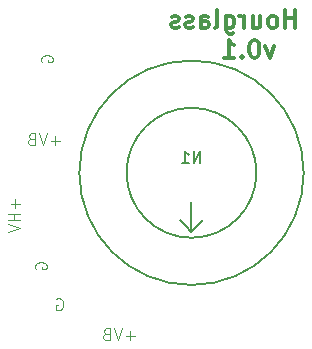
<source format=gbo>
G04 #@! TF.GenerationSoftware,KiCad,Pcbnew,(5.0.2)-1*
G04 #@! TF.CreationDate,2019-03-25T12:23:43+09:00*
G04 #@! TF.ProjectId,NixieHourglass,4e697869-6548-46f7-9572-676c6173732e,rev?*
G04 #@! TF.SameCoordinates,Original*
G04 #@! TF.FileFunction,Legend,Bot*
G04 #@! TF.FilePolarity,Positive*
%FSLAX46Y46*%
G04 Gerber Fmt 4.6, Leading zero omitted, Abs format (unit mm)*
G04 Created by KiCad (PCBNEW (5.0.2)-1) date 25/03/2019 12:23:43*
%MOMM*%
%LPD*%
G01*
G04 APERTURE LIST*
%ADD10C,0.100000*%
%ADD11C,0.300000*%
%ADD12C,0.150000*%
G04 APERTURE END LIST*
D10*
X78562095Y-90676000D02*
X78657333Y-90628380D01*
X78800190Y-90628380D01*
X78943047Y-90676000D01*
X79038285Y-90771238D01*
X79085904Y-90866476D01*
X79133523Y-91056952D01*
X79133523Y-91199809D01*
X79085904Y-91390285D01*
X79038285Y-91485523D01*
X78943047Y-91580761D01*
X78800190Y-91628380D01*
X78704952Y-91628380D01*
X78562095Y-91580761D01*
X78514476Y-91533142D01*
X78514476Y-91199809D01*
X78704952Y-91199809D01*
X85213523Y-93787428D02*
X84451619Y-93787428D01*
X84832571Y-94168380D02*
X84832571Y-93406476D01*
X84118285Y-93168380D02*
X83784952Y-94168380D01*
X83451619Y-93168380D01*
X82784952Y-93644571D02*
X82642095Y-93692190D01*
X82594476Y-93739809D01*
X82546857Y-93835047D01*
X82546857Y-93977904D01*
X82594476Y-94073142D01*
X82642095Y-94120761D01*
X82737333Y-94168380D01*
X83118285Y-94168380D01*
X83118285Y-93168380D01*
X82784952Y-93168380D01*
X82689714Y-93216000D01*
X82642095Y-93263619D01*
X82594476Y-93358857D01*
X82594476Y-93454095D01*
X82642095Y-93549333D01*
X82689714Y-93596952D01*
X82784952Y-93644571D01*
X83118285Y-93644571D01*
X76800000Y-88135904D02*
X76752380Y-88040666D01*
X76752380Y-87897809D01*
X76800000Y-87754952D01*
X76895238Y-87659714D01*
X76990476Y-87612095D01*
X77180952Y-87564476D01*
X77323809Y-87564476D01*
X77514285Y-87612095D01*
X77609523Y-87659714D01*
X77704761Y-87754952D01*
X77752380Y-87897809D01*
X77752380Y-87993047D01*
X77704761Y-88135904D01*
X77657142Y-88183523D01*
X77323809Y-88183523D01*
X77323809Y-87993047D01*
X75085428Y-82222666D02*
X75085428Y-82984571D01*
X75466380Y-82603619D02*
X74704476Y-82603619D01*
X75466380Y-83460761D02*
X74466380Y-83460761D01*
X74942571Y-83460761D02*
X74942571Y-84032190D01*
X75466380Y-84032190D02*
X74466380Y-84032190D01*
X74466380Y-84365523D02*
X75466380Y-84698857D01*
X74466380Y-85032190D01*
X77308000Y-70609904D02*
X77260380Y-70514666D01*
X77260380Y-70371809D01*
X77308000Y-70228952D01*
X77403238Y-70133714D01*
X77498476Y-70086095D01*
X77688952Y-70038476D01*
X77831809Y-70038476D01*
X78022285Y-70086095D01*
X78117523Y-70133714D01*
X78212761Y-70228952D01*
X78260380Y-70371809D01*
X78260380Y-70467047D01*
X78212761Y-70609904D01*
X78165142Y-70657523D01*
X77831809Y-70657523D01*
X77831809Y-70467047D01*
X78863523Y-77277428D02*
X78101619Y-77277428D01*
X78482571Y-77658380D02*
X78482571Y-76896476D01*
X77768285Y-76658380D02*
X77434952Y-77658380D01*
X77101619Y-76658380D01*
X76434952Y-77134571D02*
X76292095Y-77182190D01*
X76244476Y-77229809D01*
X76196857Y-77325047D01*
X76196857Y-77467904D01*
X76244476Y-77563142D01*
X76292095Y-77610761D01*
X76387333Y-77658380D01*
X76768285Y-77658380D01*
X76768285Y-76658380D01*
X76434952Y-76658380D01*
X76339714Y-76706000D01*
X76292095Y-76753619D01*
X76244476Y-76848857D01*
X76244476Y-76944095D01*
X76292095Y-77039333D01*
X76339714Y-77086952D01*
X76434952Y-77134571D01*
X76768285Y-77134571D01*
D11*
X96968857Y-69264571D02*
X96611714Y-70264571D01*
X96254571Y-69264571D01*
X95397428Y-68764571D02*
X95254571Y-68764571D01*
X95111714Y-68836000D01*
X95040285Y-68907428D01*
X94968857Y-69050285D01*
X94897428Y-69336000D01*
X94897428Y-69693142D01*
X94968857Y-69978857D01*
X95040285Y-70121714D01*
X95111714Y-70193142D01*
X95254571Y-70264571D01*
X95397428Y-70264571D01*
X95540285Y-70193142D01*
X95611714Y-70121714D01*
X95683142Y-69978857D01*
X95754571Y-69693142D01*
X95754571Y-69336000D01*
X95683142Y-69050285D01*
X95611714Y-68907428D01*
X95540285Y-68836000D01*
X95397428Y-68764571D01*
X94254571Y-70121714D02*
X94183142Y-70193142D01*
X94254571Y-70264571D01*
X94326000Y-70193142D01*
X94254571Y-70121714D01*
X94254571Y-70264571D01*
X92754571Y-70264571D02*
X93611714Y-70264571D01*
X93183142Y-70264571D02*
X93183142Y-68764571D01*
X93326000Y-68978857D01*
X93468857Y-69121714D01*
X93611714Y-69193142D01*
X98770285Y-67724571D02*
X98770285Y-66224571D01*
X98770285Y-66938857D02*
X97913142Y-66938857D01*
X97913142Y-67724571D02*
X97913142Y-66224571D01*
X96984571Y-67724571D02*
X97127428Y-67653142D01*
X97198857Y-67581714D01*
X97270285Y-67438857D01*
X97270285Y-67010285D01*
X97198857Y-66867428D01*
X97127428Y-66796000D01*
X96984571Y-66724571D01*
X96770285Y-66724571D01*
X96627428Y-66796000D01*
X96556000Y-66867428D01*
X96484571Y-67010285D01*
X96484571Y-67438857D01*
X96556000Y-67581714D01*
X96627428Y-67653142D01*
X96770285Y-67724571D01*
X96984571Y-67724571D01*
X95198857Y-66724571D02*
X95198857Y-67724571D01*
X95841714Y-66724571D02*
X95841714Y-67510285D01*
X95770285Y-67653142D01*
X95627428Y-67724571D01*
X95413142Y-67724571D01*
X95270285Y-67653142D01*
X95198857Y-67581714D01*
X94484571Y-67724571D02*
X94484571Y-66724571D01*
X94484571Y-67010285D02*
X94413142Y-66867428D01*
X94341714Y-66796000D01*
X94198857Y-66724571D01*
X94056000Y-66724571D01*
X92913142Y-66724571D02*
X92913142Y-67938857D01*
X92984571Y-68081714D01*
X93056000Y-68153142D01*
X93198857Y-68224571D01*
X93413142Y-68224571D01*
X93556000Y-68153142D01*
X92913142Y-67653142D02*
X93056000Y-67724571D01*
X93341714Y-67724571D01*
X93484571Y-67653142D01*
X93556000Y-67581714D01*
X93627428Y-67438857D01*
X93627428Y-67010285D01*
X93556000Y-66867428D01*
X93484571Y-66796000D01*
X93341714Y-66724571D01*
X93056000Y-66724571D01*
X92913142Y-66796000D01*
X91984571Y-67724571D02*
X92127428Y-67653142D01*
X92198857Y-67510285D01*
X92198857Y-66224571D01*
X90770285Y-67724571D02*
X90770285Y-66938857D01*
X90841714Y-66796000D01*
X90984571Y-66724571D01*
X91270285Y-66724571D01*
X91413142Y-66796000D01*
X90770285Y-67653142D02*
X90913142Y-67724571D01*
X91270285Y-67724571D01*
X91413142Y-67653142D01*
X91484571Y-67510285D01*
X91484571Y-67367428D01*
X91413142Y-67224571D01*
X91270285Y-67153142D01*
X90913142Y-67153142D01*
X90770285Y-67081714D01*
X90127428Y-67653142D02*
X89984571Y-67724571D01*
X89698857Y-67724571D01*
X89556000Y-67653142D01*
X89484571Y-67510285D01*
X89484571Y-67438857D01*
X89556000Y-67296000D01*
X89698857Y-67224571D01*
X89913142Y-67224571D01*
X90056000Y-67153142D01*
X90127428Y-67010285D01*
X90127428Y-66938857D01*
X90056000Y-66796000D01*
X89913142Y-66724571D01*
X89698857Y-66724571D01*
X89556000Y-66796000D01*
X88913142Y-67653142D02*
X88770285Y-67724571D01*
X88484571Y-67724571D01*
X88341714Y-67653142D01*
X88270285Y-67510285D01*
X88270285Y-67438857D01*
X88341714Y-67296000D01*
X88484571Y-67224571D01*
X88698857Y-67224571D01*
X88841714Y-67153142D01*
X88913142Y-67010285D01*
X88913142Y-66938857D01*
X88841714Y-66796000D01*
X88698857Y-66724571D01*
X88484571Y-66724571D01*
X88341714Y-66796000D01*
D12*
G04 #@! TO.C,N1*
X99500000Y-80000000D02*
G75*
G03X99500000Y-80000000I-9500000J0D01*
G01*
X90000000Y-83000000D02*
X90000000Y-82500000D01*
X90500000Y-84500000D02*
X91000000Y-84000000D01*
X89500000Y-84500000D02*
X89000000Y-84000000D01*
X90000000Y-85000000D02*
X90500000Y-84500000D01*
X90000000Y-85000000D02*
X89500000Y-84500000D01*
X90000000Y-83000000D02*
X90000000Y-85000000D01*
X95500000Y-80000000D02*
G75*
G03X95500000Y-80000000I-5500000J0D01*
G01*
X90761904Y-79182380D02*
X90761904Y-78182380D01*
X90190476Y-79182380D01*
X90190476Y-78182380D01*
X89190476Y-79182380D02*
X89761904Y-79182380D01*
X89476190Y-79182380D02*
X89476190Y-78182380D01*
X89571428Y-78325238D01*
X89666666Y-78420476D01*
X89761904Y-78468095D01*
G04 #@! TD*
M02*

</source>
